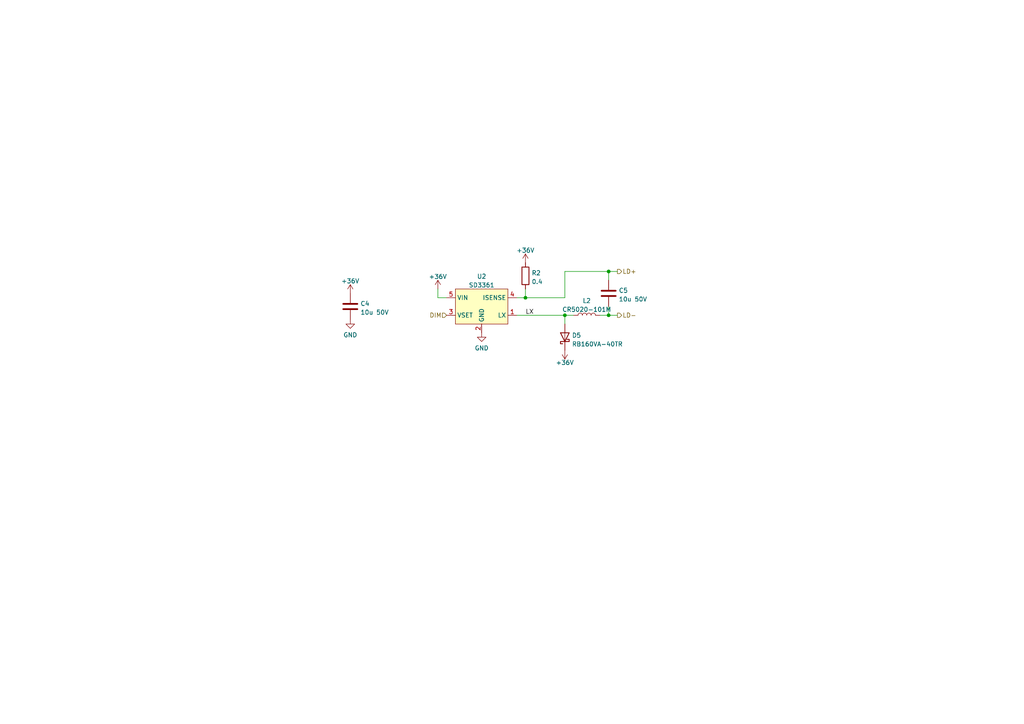
<source format=kicad_sch>
(kicad_sch (version 20230121) (generator eeschema)
  (paper "A4")
  (lib_symbols
    (symbol "Device:C" (pin_numbers hide) (pin_names (offset 0.254))
      (property "Reference" "C" (at 0.635 2.54 0))
      (property "Value" "C" (at 0.635 -2.54 0))
      (symbol "C_0_1"
        (polyline (pts (xy -2.032 -0.762) (xy 2.032 -0.762)) (stroke (width 0.508)))
        (polyline (pts (xy -2.032 0.762) (xy 2.032 0.762)) (stroke (width 0.508)))
      )
      (symbol "C_1_1"
        (pin passive line (at 0 3.81 270) (length 2.794) (name "~") (number "1"))
        (pin passive line (at 0 -3.81 90) (length 2.794) (name "~") (number "2"))
      )
    )
    (symbol "Device:D_Schottky" (pin_numbers hide) (pin_names (offset 1.016) hide)
      (property "Reference" "D" (at 0 2.54 0))
      (property "Value" "D_Schottky" (at 0 -2.54 0))
      (symbol "D_Schottky_0_1"
        (polyline (pts (xy 1.27 0) (xy -1.27 0)))
        (polyline (pts (xy 1.27 1.27) (xy 1.27 -1.27) (xy -1.27 0) (xy 1.27 1.27)) (stroke (width 0.254)))
        (polyline (pts (xy -1.905 0.635) (xy -1.905 1.27) (xy -1.27 1.27) (xy -1.27 -1.27) (xy -0.635 -1.27) (xy -0.635 -0.635)) (stroke (width 0.254)))
      )
      (symbol "D_Schottky_1_1"
        (pin passive line (at -3.81 0 0) (length 2.54) (name "K") (number "1"))
        (pin passive line (at 3.81 0 180) (length 2.54) (name "A") (number "2"))
      )
    )
    (symbol "Device:L" (pin_numbers hide) (pin_names (offset 1.016) hide)
      (property "Reference" "L" (at -1.27 0 90))
      (property "Value" "L" (at 1.905 0 90))
      (symbol "L_0_1"
        (arc (start 0 -2.54) (mid 0.6323 -1.905) (end 0 -1.27))
        (arc (start 0 -1.27) (mid 0.6323 -0.635) (end 0 0))
        (arc (start 0 0) (mid 0.6323 0.635) (end 0 1.27))
        (arc (start 0 1.27) (mid 0.6323 1.905) (end 0 2.54))
      )
      (symbol "L_1_1"
        (pin passive line (at 0 3.81 270) (length 1.27) (name "1") (number "1"))
        (pin passive line (at 0 -3.81 90) (length 1.27) (name "2") (number "2"))
      )
    )
    (symbol "Device:R" (pin_numbers hide) (pin_names (offset 0))
      (property "Reference" "R" (at 2.032 0 90))
      (property "Value" "R" (at 0 0 90))
      (symbol "R_0_1"
        (rectangle (start -1.016 -2.54) (end 1.016 2.54) (stroke (width 0.254)))
      )
      (symbol "R_1_1"
        (pin passive line (at 0 3.81 270) (length 1.27) (name "~") (number "1"))
        (pin passive line (at 0 -3.81 90) (length 1.27) (name "~") (number "2"))
      )
    )
    (symbol "power:+36V" (power) (pin_names (offset 0))
      (property "Value" "+36V" (at 0 3.556 0))
      (symbol "+36V_0_1"
        (polyline (pts (xy -0.762 1.27) (xy 0 2.54)))
        (polyline (pts (xy 0 0) (xy 0 2.54)))
        (polyline (pts (xy 0 2.54) (xy 0.762 1.27)))
      )
      (symbol "+36V_1_1"
        (pin power_in line (at 0 0 90) (length 0) hide (name "+36V") (number "1"))
      )
    )
    (symbol "power:GND" (power) (pin_names (offset 0))
      (property "Value" "GND" (at 0 -3.81 0))
      (symbol "GND_0_1"
        (polyline (pts (xy 0 0) (xy 0 -1.27) (xy 1.27 -1.27) (xy 0 -2.54) (xy -1.27 -1.27) (xy 0 -1.27)))
      )
      (symbol "GND_1_1"
        (pin power_in line (at 0 0 270) (length 0) hide (name "GND") (number "1"))
      )
    )
    (symbol "prj_lib:SD3361"
      (property "Reference" "U" (at 0 8.89 0))
      (property "Value" "SD3361" (at 0 6.35 0))
      (symbol "SD3361_0_1"
        (rectangle (start -7.62 -5.08) (end 7.62 5.08) (stroke (width 0.1524)) (fill (type background)))
      )
      (symbol "SD3361_1_1"
        (pin power_out line (at 10.16 -2.54 180) (length 2.54) (name "LX") (number "1"))
        (pin power_in line (at 0 -7.62 90) (length 2.54) (name "GND") (number "2"))
        (pin input line (at -10.16 -2.54 0) (length 2.54) (name "VSET") (number "3"))
        (pin input line (at 10.16 2.54 180) (length 2.54) (name "ISENSE") (number "4"))
        (pin power_in line (at -10.16 2.54 0) (length 2.54) (name "VIN") (number "5"))
      )
    )
  )
  (junction (at 176.53 78.74))
  (junction (at 163.83 91.44))
  (junction (at 152.4 86.36))
  (junction (at 176.53 91.44))
  (wire (pts (xy 176.53 91.44) (xy 179.07 91.44)))
  (wire (pts (xy 163.83 91.44) (xy 166.37 91.44)))
  (wire (pts (xy 152.4 86.36) (xy 152.4 83.82)))
  (wire (pts (xy 173.99 91.44) (xy 176.53 91.44)))
  (wire (pts (xy 163.83 91.44) (xy 163.83 93.98)))
  (wire (pts (xy 149.86 86.36) (xy 152.4 86.36)))
  (wire (pts (xy 163.83 86.36) (xy 163.83 78.74)))
  (wire (pts (xy 149.86 91.44) (xy 163.83 91.44)))
  (wire (pts (xy 176.53 88.9) (xy 176.53 91.44)))
  (wire (pts (xy 163.83 78.74) (xy 176.53 78.74)))
  (wire (pts (xy 127 86.36) (xy 129.54 86.36)))
  (wire (pts (xy 127 83.82) (xy 127 86.36)))
  (wire (pts (xy 176.53 78.74) (xy 176.53 81.28)))
  (wire (pts (xy 152.4 86.36) (xy 163.83 86.36)))
  (wire (pts (xy 179.07 78.74) (xy 176.53 78.74)))
  (label "LX" (at 152.4 91.44 0))
  (hierarchical_label "LD+" (shape output) (at 179.07 78.74 0))
  (hierarchical_label "LD-" (shape output) (at 179.07 91.44 0))
  (hierarchical_label "DIM" (shape input) (at 129.54 91.44 180))
  (symbol (lib_id "prj_lib:SD3361") (at 139.7 88.9 0) (unit 1)
    (property "Reference" "U2" (at 139.7 80.171 0))
    (property "Value" "SD3361" (at 139.7 82.7079 0))
    (property "Footprint" "Package_TO_SOT_SMD:SOT-23-5" (effects hide))
    (property "Datasheet" "https://datasheet.lcsc.com/lcsc/2004301332_SHOUDING-SD3361ABR_C521345.pdf" (effects hide))
    (property "LCSC Part #" "C521345" (effects hide))
    (instances (project "corridor_node" (path "" (reference "U2") (unit 1)) (path "" (reference "U1") (unit 1))))
  )
  (symbol (lib_id "power:+36V") (at 127 83.82 0) (unit 1)
    (property "Reference" "#PWR09" (effects hide))
    (property "Value" "+36V" (at 127 80.2442 0))
    (instances (project "corridor_node" (path "" (reference "#PWR09") (unit 1)) (path "" (reference "#PWR03") (unit 1))))
  )
  (symbol (lib_id "power:GND") (at 101.6 92.71 0) (unit 1)
    (property "Reference" "#PWR08" (effects hide))
    (property "Value" "GND" (at 101.6 97.1534 0))
    (instances (project "corridor_node" (path "" (reference "#PWR08") (unit 1)) (path "" (reference "#PWR02") (unit 1))))
  )
  (symbol (lib_id "Device:D_Schottky") (at 163.83 97.79 90) (unit 1)
    (property "Reference" "D5" (at 165.862 97.2728 90) (effects (justify right)))
    (property "Value" "RB160VA-40TR" (at 165.862 99.8097 90) (effects (justify right)))
    (property "Footprint" "Diode_SMD:D_TUMD2" (effects hide))
    (property "Datasheet" "https://datasheet.lcsc.com/lcsc/1912111437_ROHM-Semicon-RB160VA-40TR_C425675.pdf" (effects hide))
    (property "LCSC Part #" "C425675" (effects hide))
    (instances (project "corridor_node" (path "" (reference "D5") (unit 1)) (path "" (reference "D4") (unit 1))))
  )
  (symbol (lib_id "power:GND") (at 139.7 96.52 0) (unit 1)
    (property "Reference" "#PWR010" (effects hide))
    (property "Value" "GND" (at 139.7 100.9634 0))
    (instances (project "corridor_node" (path "" (reference "#PWR010") (unit 1)) (path "" (reference "#PWR04") (unit 1))))
  )
  (symbol (lib_id "Device:R") (at 152.4 80.01 0) (unit 1)
    (property "Reference" "R2" (at 154.178 79.1753 0) (effects (justify left)))
    (property "Value" "0.4" (at 154.178 81.7122 0) (effects (justify left)))
    (property "Footprint" "Resistor_SMD:R_0805_2012Metric_Pad1.20x1.40mm_HandSolder" (effects hide))
    (property "LCSC Part #" "C175713" (effects hide))
    (instances (project "corridor_node" (path "" (reference "R2") (unit 1)) (path "" (reference "R1") (unit 1))))
  )
  (symbol (lib_id "Device:L") (at 170.18 91.44 90) (unit 1)
    (property "Reference" "L2" (at 170.18 87.2322 90))
    (property "Value" "CR5020-101M" (at 170.18 89.7691 90))
    (property "Footprint" "Inductor_SMD:L_Taiyo-Yuden_NR-50xx_HandSoldering" (effects hide))
    (property "LCSC Part #" "C7588705" (effects hide))
    (instances (project "corridor_node" (path "" (reference "L2") (unit 1)) (path "" (reference "L1") (unit 1))))
  )
  (symbol (lib_id "power:+36V") (at 152.4 76.2 0) (unit 1)
    (property "Reference" "#PWR011" (effects hide))
    (property "Value" "+36V" (at 152.4 72.6242 0))
    (instances (project "corridor_node" (path "" (reference "#PWR011") (unit 1)) (path "" (reference "#PWR05") (unit 1))))
  )
  (symbol (lib_id "power:+36V") (at 163.83 101.6 180) (unit 1)
    (property "Reference" "#PWR012" (effects hide))
    (property "Value" "+36V" (at 163.83 105.1758 0))
    (instances (project "corridor_node" (path "" (reference "#PWR012") (unit 1)) (path "" (reference "#PWR06") (unit 1))))
  )
  (symbol (lib_id "Device:C") (at 176.53 85.09 0) (unit 1)
    (property "Reference" "C5" (at 179.451 84.2553 0) (effects (justify left)))
    (property "Value" "10u 50V" (at 179.451 86.7922 0) (effects (justify left)))
    (property "Footprint" "Capacitor_SMD:C_0805_2012Metric_Pad1.18x1.45mm_HandSolder" (effects hide))
    (property "LCSC Part #" "C440198" (effects hide))
    (instances (project "corridor_node" (path "" (reference "C5") (unit 1)) (path "" (reference "C3") (unit 1))))
  )
  (symbol (lib_id "Device:C") (at 101.6 88.9 0) (unit 1)
    (property "Reference" "C4" (at 104.521 88.0653 0) (effects (justify left)))
    (property "Value" "10u 50V" (at 104.521 90.6022 0) (effects (justify left)))
    (property "Footprint" "Capacitor_SMD:C_0805_2012Metric_Pad1.18x1.45mm_HandSolder" (effects hide))
    (property "LCSC Part #" "C440198" (effects hide))
    (instances (project "corridor_node" (path "" (reference "C4") (unit 1)) (path "" (reference "C2") (unit 1))))
  )
  (symbol (lib_id "power:+36V") (at 101.6 85.09 0) (unit 1)
    (property "Reference" "#PWR07" (effects hide))
    (property "Value" "+36V" (at 101.6 81.5142 0))
    (instances (project "corridor_node" (path "" (reference "#PWR07") (unit 1)) (path "" (reference "#PWR01") (unit 1))))
  )
)
</source>
